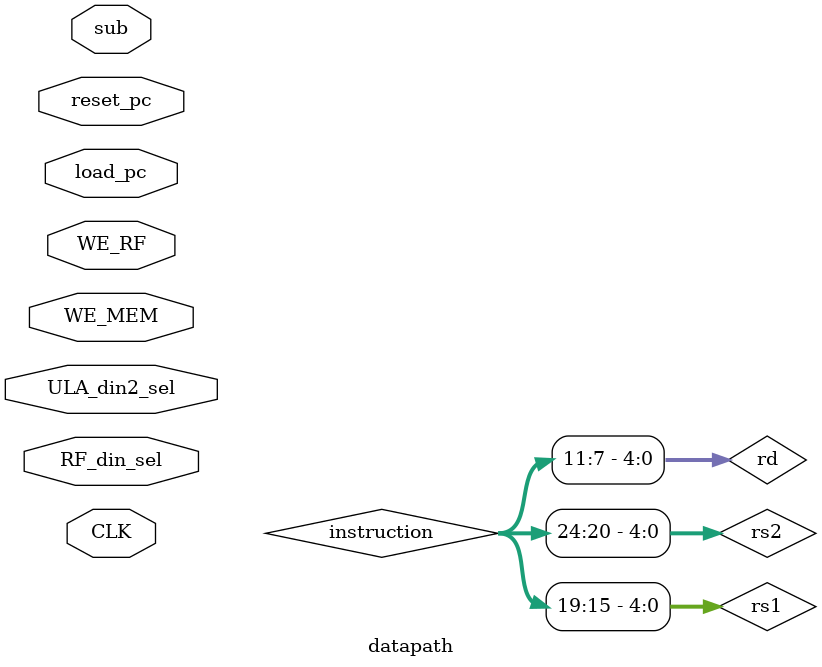
<source format=v>
`include "datapath/instruction_memory.v"
`include "datapath/program_counter.v"
`include "datapath/datamemory.v"
`include "datapath/regfile.v"
`include "datapath/ula.v"
`include "datapath/decoder2to4.v"
`include "datapath/decoder3to8.v"
`include "datapath/register.v"
`include "datapath/decoder5to32.v"
`include "datapath/adder.v"
`include "datapath/register_negedge_with_reset.v"

module datapath(
    input wire sub, // entra nas functs
    input WE_RF,
    input WE_MEM,
    input wire RF_din_sel,
    input wire ULA_din2_sel,
    input wire load_pc,
    input wire reset_pc,
    input wire CLK
);

    wire[31:0] instruction_mem, instruction;
    wire[63:0] im_addr, DM_in, DM_out, Dout_rs1, Dout_rs2, ula, RF_Din, ULA_Din2;
    wire[11:0] imm, extended_imm;
    wire[2:0] opcode;
    wire[4:0] rs1, rs2, rd, DM_ADDR;

    // Dados retirados da instrução
    assign imm = instruction[6:0] == 7'b0100011 ? {instruction[31:25], instruction[11:7]} : instruction[31:20];
    assign extended_imm = {{52{imm[11]}}, imm};
    assign rs2 = instruction[24:20];
    assign rs1 = instruction[19:15];
    assign rd = instruction[11:7];

    // Mutiplexadores do datapath
    assign RF_Din = RF_din_sel ? ula : DM_out;
    assign ULA_Din2 = ULA_din2_sel ? extended_imm : Dout_rs2;

    program_counter PC (
        .CLK(CLK),
        .LOAD(load_pc),
        .addr(im_addr),
        .RST(reset_pc),
        .immediate(extended_imm),
        .pc_next_sel(1'b0)
    );

    datamemory DM (
        // Endereço da memória para ler
        .ADDR(ula[4:0]), 
        // Write-Enable da memória
        .WE(WE_MEM), 
        // O valor do registrador Ra é salvo na memória na borda de subida do clock se WE é 1
        .D_in(Dout_rs2),
        // Saída de dados da memória
        .D_out(DM_out), 
        .CLK(CLK)
    );

    regfile regfile (
        // Seletor do registrador cujo valor estará na saída Da
        .Ra(rs1),
        // Seletor do registrador cujo valor estará na saída Db
        .Rb(rs2),
        // Caso esteja desativo, os loads não funcionam
        .WE(WE_RF),
        // Entrada de dados a serem salvos no registrador
        .Din(RF_Din),
        // Seletor do registrador em que a palavra Din será escrita
        .Rw(rd),
        .CLK(CLK),
        // Saídas de dados
        .Da(Dout_rs1),
        .Db(Dout_rs2)
    );

    // Somador para somar o endereço de origem da memória com o offset fornecido
    ula ULA ( 
        .s1(Dout_rs1),
        .s2(ULA_Din2),
        .sub(sub),
        .res(ula)
    );

    instruction_memory IM (
        .ADDR(im_addr),
        .OUTPUT(instruction_mem)
    );

    register #(.SIZE(32)) IR (
        .CLK(CLK),
        .IN(instruction_mem),
        .OUT(instruction),
        .LOAD(1'b1)
    );

endmodule
</source>
